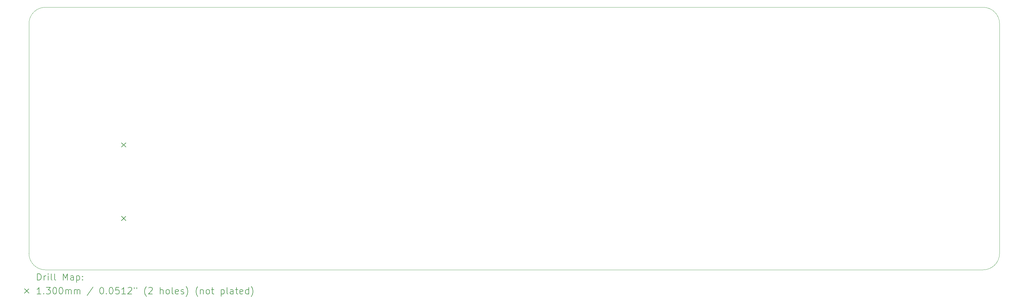
<source format=gbr>
%TF.GenerationSoftware,KiCad,Pcbnew,8.0.6*%
%TF.CreationDate,2025-04-19T20:02:07-05:00*%
%TF.ProjectId,front-panel.processor,66726f6e-742d-4706-916e-656c2e70726f,rev?*%
%TF.SameCoordinates,Original*%
%TF.FileFunction,Drillmap*%
%TF.FilePolarity,Positive*%
%FSLAX45Y45*%
G04 Gerber Fmt 4.5, Leading zero omitted, Abs format (unit mm)*
G04 Created by KiCad (PCBNEW 8.0.6) date 2025-04-19 20:02:07*
%MOMM*%
%LPD*%
G01*
G04 APERTURE LIST*
%ADD10C,0.050000*%
%ADD11C,0.200000*%
%ADD12C,0.130000*%
G04 APERTURE END LIST*
D10*
X4000000Y-23000000D02*
X32500000Y-23000000D01*
X3500000Y-15500000D02*
X3500000Y-22500000D01*
X32500000Y-15000000D02*
X4000000Y-15000000D01*
X33000000Y-22500000D02*
X33000000Y-15500000D01*
X32500000Y-15000000D02*
G75*
G02*
X33000000Y-15500000I0J-500000D01*
G01*
X4000000Y-23000000D02*
G75*
G02*
X3500000Y-22500000I0J500000D01*
G01*
X3500000Y-15500000D02*
G75*
G02*
X4000000Y-15000000I500000J0D01*
G01*
X33000000Y-22500000D02*
G75*
G02*
X32500000Y-23000000I-500000J0D01*
G01*
D11*
D12*
X6312740Y-19129100D02*
X6442740Y-19259100D01*
X6442740Y-19129100D02*
X6312740Y-19259100D01*
X6312740Y-21369100D02*
X6442740Y-21499100D01*
X6442740Y-21369100D02*
X6312740Y-21499100D01*
D11*
X3758277Y-23313984D02*
X3758277Y-23113984D01*
X3758277Y-23113984D02*
X3805896Y-23113984D01*
X3805896Y-23113984D02*
X3834467Y-23123508D01*
X3834467Y-23123508D02*
X3853515Y-23142555D01*
X3853515Y-23142555D02*
X3863039Y-23161603D01*
X3863039Y-23161603D02*
X3872562Y-23199698D01*
X3872562Y-23199698D02*
X3872562Y-23228269D01*
X3872562Y-23228269D02*
X3863039Y-23266365D01*
X3863039Y-23266365D02*
X3853515Y-23285412D01*
X3853515Y-23285412D02*
X3834467Y-23304460D01*
X3834467Y-23304460D02*
X3805896Y-23313984D01*
X3805896Y-23313984D02*
X3758277Y-23313984D01*
X3958277Y-23313984D02*
X3958277Y-23180650D01*
X3958277Y-23218746D02*
X3967801Y-23199698D01*
X3967801Y-23199698D02*
X3977324Y-23190174D01*
X3977324Y-23190174D02*
X3996372Y-23180650D01*
X3996372Y-23180650D02*
X4015420Y-23180650D01*
X4082086Y-23313984D02*
X4082086Y-23180650D01*
X4082086Y-23113984D02*
X4072562Y-23123508D01*
X4072562Y-23123508D02*
X4082086Y-23133031D01*
X4082086Y-23133031D02*
X4091610Y-23123508D01*
X4091610Y-23123508D02*
X4082086Y-23113984D01*
X4082086Y-23113984D02*
X4082086Y-23133031D01*
X4205896Y-23313984D02*
X4186848Y-23304460D01*
X4186848Y-23304460D02*
X4177324Y-23285412D01*
X4177324Y-23285412D02*
X4177324Y-23113984D01*
X4310658Y-23313984D02*
X4291610Y-23304460D01*
X4291610Y-23304460D02*
X4282086Y-23285412D01*
X4282086Y-23285412D02*
X4282086Y-23113984D01*
X4539229Y-23313984D02*
X4539229Y-23113984D01*
X4539229Y-23113984D02*
X4605896Y-23256841D01*
X4605896Y-23256841D02*
X4672563Y-23113984D01*
X4672563Y-23113984D02*
X4672563Y-23313984D01*
X4853515Y-23313984D02*
X4853515Y-23209222D01*
X4853515Y-23209222D02*
X4843991Y-23190174D01*
X4843991Y-23190174D02*
X4824944Y-23180650D01*
X4824944Y-23180650D02*
X4786848Y-23180650D01*
X4786848Y-23180650D02*
X4767801Y-23190174D01*
X4853515Y-23304460D02*
X4834467Y-23313984D01*
X4834467Y-23313984D02*
X4786848Y-23313984D01*
X4786848Y-23313984D02*
X4767801Y-23304460D01*
X4767801Y-23304460D02*
X4758277Y-23285412D01*
X4758277Y-23285412D02*
X4758277Y-23266365D01*
X4758277Y-23266365D02*
X4767801Y-23247317D01*
X4767801Y-23247317D02*
X4786848Y-23237793D01*
X4786848Y-23237793D02*
X4834467Y-23237793D01*
X4834467Y-23237793D02*
X4853515Y-23228269D01*
X4948753Y-23180650D02*
X4948753Y-23380650D01*
X4948753Y-23190174D02*
X4967801Y-23180650D01*
X4967801Y-23180650D02*
X5005896Y-23180650D01*
X5005896Y-23180650D02*
X5024944Y-23190174D01*
X5024944Y-23190174D02*
X5034467Y-23199698D01*
X5034467Y-23199698D02*
X5043991Y-23218746D01*
X5043991Y-23218746D02*
X5043991Y-23275888D01*
X5043991Y-23275888D02*
X5034467Y-23294936D01*
X5034467Y-23294936D02*
X5024944Y-23304460D01*
X5024944Y-23304460D02*
X5005896Y-23313984D01*
X5005896Y-23313984D02*
X4967801Y-23313984D01*
X4967801Y-23313984D02*
X4948753Y-23304460D01*
X5129705Y-23294936D02*
X5139229Y-23304460D01*
X5139229Y-23304460D02*
X5129705Y-23313984D01*
X5129705Y-23313984D02*
X5120182Y-23304460D01*
X5120182Y-23304460D02*
X5129705Y-23294936D01*
X5129705Y-23294936D02*
X5129705Y-23313984D01*
X5129705Y-23190174D02*
X5139229Y-23199698D01*
X5139229Y-23199698D02*
X5129705Y-23209222D01*
X5129705Y-23209222D02*
X5120182Y-23199698D01*
X5120182Y-23199698D02*
X5129705Y-23190174D01*
X5129705Y-23190174D02*
X5129705Y-23209222D01*
D12*
X3367500Y-23577500D02*
X3497500Y-23707500D01*
X3497500Y-23577500D02*
X3367500Y-23707500D01*
D11*
X3863039Y-23733984D02*
X3748753Y-23733984D01*
X3805896Y-23733984D02*
X3805896Y-23533984D01*
X3805896Y-23533984D02*
X3786848Y-23562555D01*
X3786848Y-23562555D02*
X3767801Y-23581603D01*
X3767801Y-23581603D02*
X3748753Y-23591127D01*
X3948753Y-23714936D02*
X3958277Y-23724460D01*
X3958277Y-23724460D02*
X3948753Y-23733984D01*
X3948753Y-23733984D02*
X3939229Y-23724460D01*
X3939229Y-23724460D02*
X3948753Y-23714936D01*
X3948753Y-23714936D02*
X3948753Y-23733984D01*
X4024943Y-23533984D02*
X4148753Y-23533984D01*
X4148753Y-23533984D02*
X4082086Y-23610174D01*
X4082086Y-23610174D02*
X4110658Y-23610174D01*
X4110658Y-23610174D02*
X4129705Y-23619698D01*
X4129705Y-23619698D02*
X4139229Y-23629222D01*
X4139229Y-23629222D02*
X4148753Y-23648269D01*
X4148753Y-23648269D02*
X4148753Y-23695888D01*
X4148753Y-23695888D02*
X4139229Y-23714936D01*
X4139229Y-23714936D02*
X4129705Y-23724460D01*
X4129705Y-23724460D02*
X4110658Y-23733984D01*
X4110658Y-23733984D02*
X4053515Y-23733984D01*
X4053515Y-23733984D02*
X4034467Y-23724460D01*
X4034467Y-23724460D02*
X4024943Y-23714936D01*
X4272563Y-23533984D02*
X4291610Y-23533984D01*
X4291610Y-23533984D02*
X4310658Y-23543508D01*
X4310658Y-23543508D02*
X4320182Y-23553031D01*
X4320182Y-23553031D02*
X4329705Y-23572079D01*
X4329705Y-23572079D02*
X4339229Y-23610174D01*
X4339229Y-23610174D02*
X4339229Y-23657793D01*
X4339229Y-23657793D02*
X4329705Y-23695888D01*
X4329705Y-23695888D02*
X4320182Y-23714936D01*
X4320182Y-23714936D02*
X4310658Y-23724460D01*
X4310658Y-23724460D02*
X4291610Y-23733984D01*
X4291610Y-23733984D02*
X4272563Y-23733984D01*
X4272563Y-23733984D02*
X4253515Y-23724460D01*
X4253515Y-23724460D02*
X4243991Y-23714936D01*
X4243991Y-23714936D02*
X4234467Y-23695888D01*
X4234467Y-23695888D02*
X4224944Y-23657793D01*
X4224944Y-23657793D02*
X4224944Y-23610174D01*
X4224944Y-23610174D02*
X4234467Y-23572079D01*
X4234467Y-23572079D02*
X4243991Y-23553031D01*
X4243991Y-23553031D02*
X4253515Y-23543508D01*
X4253515Y-23543508D02*
X4272563Y-23533984D01*
X4463039Y-23533984D02*
X4482086Y-23533984D01*
X4482086Y-23533984D02*
X4501134Y-23543508D01*
X4501134Y-23543508D02*
X4510658Y-23553031D01*
X4510658Y-23553031D02*
X4520182Y-23572079D01*
X4520182Y-23572079D02*
X4529705Y-23610174D01*
X4529705Y-23610174D02*
X4529705Y-23657793D01*
X4529705Y-23657793D02*
X4520182Y-23695888D01*
X4520182Y-23695888D02*
X4510658Y-23714936D01*
X4510658Y-23714936D02*
X4501134Y-23724460D01*
X4501134Y-23724460D02*
X4482086Y-23733984D01*
X4482086Y-23733984D02*
X4463039Y-23733984D01*
X4463039Y-23733984D02*
X4443991Y-23724460D01*
X4443991Y-23724460D02*
X4434467Y-23714936D01*
X4434467Y-23714936D02*
X4424944Y-23695888D01*
X4424944Y-23695888D02*
X4415420Y-23657793D01*
X4415420Y-23657793D02*
X4415420Y-23610174D01*
X4415420Y-23610174D02*
X4424944Y-23572079D01*
X4424944Y-23572079D02*
X4434467Y-23553031D01*
X4434467Y-23553031D02*
X4443991Y-23543508D01*
X4443991Y-23543508D02*
X4463039Y-23533984D01*
X4615420Y-23733984D02*
X4615420Y-23600650D01*
X4615420Y-23619698D02*
X4624944Y-23610174D01*
X4624944Y-23610174D02*
X4643991Y-23600650D01*
X4643991Y-23600650D02*
X4672563Y-23600650D01*
X4672563Y-23600650D02*
X4691610Y-23610174D01*
X4691610Y-23610174D02*
X4701134Y-23629222D01*
X4701134Y-23629222D02*
X4701134Y-23733984D01*
X4701134Y-23629222D02*
X4710658Y-23610174D01*
X4710658Y-23610174D02*
X4729705Y-23600650D01*
X4729705Y-23600650D02*
X4758277Y-23600650D01*
X4758277Y-23600650D02*
X4777325Y-23610174D01*
X4777325Y-23610174D02*
X4786848Y-23629222D01*
X4786848Y-23629222D02*
X4786848Y-23733984D01*
X4882086Y-23733984D02*
X4882086Y-23600650D01*
X4882086Y-23619698D02*
X4891610Y-23610174D01*
X4891610Y-23610174D02*
X4910658Y-23600650D01*
X4910658Y-23600650D02*
X4939229Y-23600650D01*
X4939229Y-23600650D02*
X4958277Y-23610174D01*
X4958277Y-23610174D02*
X4967801Y-23629222D01*
X4967801Y-23629222D02*
X4967801Y-23733984D01*
X4967801Y-23629222D02*
X4977325Y-23610174D01*
X4977325Y-23610174D02*
X4996372Y-23600650D01*
X4996372Y-23600650D02*
X5024944Y-23600650D01*
X5024944Y-23600650D02*
X5043991Y-23610174D01*
X5043991Y-23610174D02*
X5053515Y-23629222D01*
X5053515Y-23629222D02*
X5053515Y-23733984D01*
X5443991Y-23524460D02*
X5272563Y-23781603D01*
X5701134Y-23533984D02*
X5720182Y-23533984D01*
X5720182Y-23533984D02*
X5739229Y-23543508D01*
X5739229Y-23543508D02*
X5748753Y-23553031D01*
X5748753Y-23553031D02*
X5758277Y-23572079D01*
X5758277Y-23572079D02*
X5767801Y-23610174D01*
X5767801Y-23610174D02*
X5767801Y-23657793D01*
X5767801Y-23657793D02*
X5758277Y-23695888D01*
X5758277Y-23695888D02*
X5748753Y-23714936D01*
X5748753Y-23714936D02*
X5739229Y-23724460D01*
X5739229Y-23724460D02*
X5720182Y-23733984D01*
X5720182Y-23733984D02*
X5701134Y-23733984D01*
X5701134Y-23733984D02*
X5682086Y-23724460D01*
X5682086Y-23724460D02*
X5672563Y-23714936D01*
X5672563Y-23714936D02*
X5663039Y-23695888D01*
X5663039Y-23695888D02*
X5653515Y-23657793D01*
X5653515Y-23657793D02*
X5653515Y-23610174D01*
X5653515Y-23610174D02*
X5663039Y-23572079D01*
X5663039Y-23572079D02*
X5672563Y-23553031D01*
X5672563Y-23553031D02*
X5682086Y-23543508D01*
X5682086Y-23543508D02*
X5701134Y-23533984D01*
X5853515Y-23714936D02*
X5863039Y-23724460D01*
X5863039Y-23724460D02*
X5853515Y-23733984D01*
X5853515Y-23733984D02*
X5843991Y-23724460D01*
X5843991Y-23724460D02*
X5853515Y-23714936D01*
X5853515Y-23714936D02*
X5853515Y-23733984D01*
X5986848Y-23533984D02*
X6005896Y-23533984D01*
X6005896Y-23533984D02*
X6024944Y-23543508D01*
X6024944Y-23543508D02*
X6034467Y-23553031D01*
X6034467Y-23553031D02*
X6043991Y-23572079D01*
X6043991Y-23572079D02*
X6053515Y-23610174D01*
X6053515Y-23610174D02*
X6053515Y-23657793D01*
X6053515Y-23657793D02*
X6043991Y-23695888D01*
X6043991Y-23695888D02*
X6034467Y-23714936D01*
X6034467Y-23714936D02*
X6024944Y-23724460D01*
X6024944Y-23724460D02*
X6005896Y-23733984D01*
X6005896Y-23733984D02*
X5986848Y-23733984D01*
X5986848Y-23733984D02*
X5967801Y-23724460D01*
X5967801Y-23724460D02*
X5958277Y-23714936D01*
X5958277Y-23714936D02*
X5948753Y-23695888D01*
X5948753Y-23695888D02*
X5939229Y-23657793D01*
X5939229Y-23657793D02*
X5939229Y-23610174D01*
X5939229Y-23610174D02*
X5948753Y-23572079D01*
X5948753Y-23572079D02*
X5958277Y-23553031D01*
X5958277Y-23553031D02*
X5967801Y-23543508D01*
X5967801Y-23543508D02*
X5986848Y-23533984D01*
X6234467Y-23533984D02*
X6139229Y-23533984D01*
X6139229Y-23533984D02*
X6129706Y-23629222D01*
X6129706Y-23629222D02*
X6139229Y-23619698D01*
X6139229Y-23619698D02*
X6158277Y-23610174D01*
X6158277Y-23610174D02*
X6205896Y-23610174D01*
X6205896Y-23610174D02*
X6224944Y-23619698D01*
X6224944Y-23619698D02*
X6234467Y-23629222D01*
X6234467Y-23629222D02*
X6243991Y-23648269D01*
X6243991Y-23648269D02*
X6243991Y-23695888D01*
X6243991Y-23695888D02*
X6234467Y-23714936D01*
X6234467Y-23714936D02*
X6224944Y-23724460D01*
X6224944Y-23724460D02*
X6205896Y-23733984D01*
X6205896Y-23733984D02*
X6158277Y-23733984D01*
X6158277Y-23733984D02*
X6139229Y-23724460D01*
X6139229Y-23724460D02*
X6129706Y-23714936D01*
X6434467Y-23733984D02*
X6320182Y-23733984D01*
X6377325Y-23733984D02*
X6377325Y-23533984D01*
X6377325Y-23533984D02*
X6358277Y-23562555D01*
X6358277Y-23562555D02*
X6339229Y-23581603D01*
X6339229Y-23581603D02*
X6320182Y-23591127D01*
X6510658Y-23553031D02*
X6520182Y-23543508D01*
X6520182Y-23543508D02*
X6539229Y-23533984D01*
X6539229Y-23533984D02*
X6586848Y-23533984D01*
X6586848Y-23533984D02*
X6605896Y-23543508D01*
X6605896Y-23543508D02*
X6615420Y-23553031D01*
X6615420Y-23553031D02*
X6624944Y-23572079D01*
X6624944Y-23572079D02*
X6624944Y-23591127D01*
X6624944Y-23591127D02*
X6615420Y-23619698D01*
X6615420Y-23619698D02*
X6501134Y-23733984D01*
X6501134Y-23733984D02*
X6624944Y-23733984D01*
X6701134Y-23533984D02*
X6701134Y-23572079D01*
X6777325Y-23533984D02*
X6777325Y-23572079D01*
X7072563Y-23810174D02*
X7063039Y-23800650D01*
X7063039Y-23800650D02*
X7043991Y-23772079D01*
X7043991Y-23772079D02*
X7034468Y-23753031D01*
X7034468Y-23753031D02*
X7024944Y-23724460D01*
X7024944Y-23724460D02*
X7015420Y-23676841D01*
X7015420Y-23676841D02*
X7015420Y-23638746D01*
X7015420Y-23638746D02*
X7024944Y-23591127D01*
X7024944Y-23591127D02*
X7034468Y-23562555D01*
X7034468Y-23562555D02*
X7043991Y-23543508D01*
X7043991Y-23543508D02*
X7063039Y-23514936D01*
X7063039Y-23514936D02*
X7072563Y-23505412D01*
X7139229Y-23553031D02*
X7148753Y-23543508D01*
X7148753Y-23543508D02*
X7167801Y-23533984D01*
X7167801Y-23533984D02*
X7215420Y-23533984D01*
X7215420Y-23533984D02*
X7234468Y-23543508D01*
X7234468Y-23543508D02*
X7243991Y-23553031D01*
X7243991Y-23553031D02*
X7253515Y-23572079D01*
X7253515Y-23572079D02*
X7253515Y-23591127D01*
X7253515Y-23591127D02*
X7243991Y-23619698D01*
X7243991Y-23619698D02*
X7129706Y-23733984D01*
X7129706Y-23733984D02*
X7253515Y-23733984D01*
X7491610Y-23733984D02*
X7491610Y-23533984D01*
X7577325Y-23733984D02*
X7577325Y-23629222D01*
X7577325Y-23629222D02*
X7567801Y-23610174D01*
X7567801Y-23610174D02*
X7548753Y-23600650D01*
X7548753Y-23600650D02*
X7520182Y-23600650D01*
X7520182Y-23600650D02*
X7501134Y-23610174D01*
X7501134Y-23610174D02*
X7491610Y-23619698D01*
X7701134Y-23733984D02*
X7682087Y-23724460D01*
X7682087Y-23724460D02*
X7672563Y-23714936D01*
X7672563Y-23714936D02*
X7663039Y-23695888D01*
X7663039Y-23695888D02*
X7663039Y-23638746D01*
X7663039Y-23638746D02*
X7672563Y-23619698D01*
X7672563Y-23619698D02*
X7682087Y-23610174D01*
X7682087Y-23610174D02*
X7701134Y-23600650D01*
X7701134Y-23600650D02*
X7729706Y-23600650D01*
X7729706Y-23600650D02*
X7748753Y-23610174D01*
X7748753Y-23610174D02*
X7758277Y-23619698D01*
X7758277Y-23619698D02*
X7767801Y-23638746D01*
X7767801Y-23638746D02*
X7767801Y-23695888D01*
X7767801Y-23695888D02*
X7758277Y-23714936D01*
X7758277Y-23714936D02*
X7748753Y-23724460D01*
X7748753Y-23724460D02*
X7729706Y-23733984D01*
X7729706Y-23733984D02*
X7701134Y-23733984D01*
X7882087Y-23733984D02*
X7863039Y-23724460D01*
X7863039Y-23724460D02*
X7853515Y-23705412D01*
X7853515Y-23705412D02*
X7853515Y-23533984D01*
X8034468Y-23724460D02*
X8015420Y-23733984D01*
X8015420Y-23733984D02*
X7977325Y-23733984D01*
X7977325Y-23733984D02*
X7958277Y-23724460D01*
X7958277Y-23724460D02*
X7948753Y-23705412D01*
X7948753Y-23705412D02*
X7948753Y-23629222D01*
X7948753Y-23629222D02*
X7958277Y-23610174D01*
X7958277Y-23610174D02*
X7977325Y-23600650D01*
X7977325Y-23600650D02*
X8015420Y-23600650D01*
X8015420Y-23600650D02*
X8034468Y-23610174D01*
X8034468Y-23610174D02*
X8043991Y-23629222D01*
X8043991Y-23629222D02*
X8043991Y-23648269D01*
X8043991Y-23648269D02*
X7948753Y-23667317D01*
X8120182Y-23724460D02*
X8139230Y-23733984D01*
X8139230Y-23733984D02*
X8177325Y-23733984D01*
X8177325Y-23733984D02*
X8196372Y-23724460D01*
X8196372Y-23724460D02*
X8205896Y-23705412D01*
X8205896Y-23705412D02*
X8205896Y-23695888D01*
X8205896Y-23695888D02*
X8196372Y-23676841D01*
X8196372Y-23676841D02*
X8177325Y-23667317D01*
X8177325Y-23667317D02*
X8148753Y-23667317D01*
X8148753Y-23667317D02*
X8129706Y-23657793D01*
X8129706Y-23657793D02*
X8120182Y-23638746D01*
X8120182Y-23638746D02*
X8120182Y-23629222D01*
X8120182Y-23629222D02*
X8129706Y-23610174D01*
X8129706Y-23610174D02*
X8148753Y-23600650D01*
X8148753Y-23600650D02*
X8177325Y-23600650D01*
X8177325Y-23600650D02*
X8196372Y-23610174D01*
X8272563Y-23810174D02*
X8282087Y-23800650D01*
X8282087Y-23800650D02*
X8301134Y-23772079D01*
X8301134Y-23772079D02*
X8310658Y-23753031D01*
X8310658Y-23753031D02*
X8320182Y-23724460D01*
X8320182Y-23724460D02*
X8329706Y-23676841D01*
X8329706Y-23676841D02*
X8329706Y-23638746D01*
X8329706Y-23638746D02*
X8320182Y-23591127D01*
X8320182Y-23591127D02*
X8310658Y-23562555D01*
X8310658Y-23562555D02*
X8301134Y-23543508D01*
X8301134Y-23543508D02*
X8282087Y-23514936D01*
X8282087Y-23514936D02*
X8272563Y-23505412D01*
X8634468Y-23810174D02*
X8624944Y-23800650D01*
X8624944Y-23800650D02*
X8605896Y-23772079D01*
X8605896Y-23772079D02*
X8596373Y-23753031D01*
X8596373Y-23753031D02*
X8586849Y-23724460D01*
X8586849Y-23724460D02*
X8577325Y-23676841D01*
X8577325Y-23676841D02*
X8577325Y-23638746D01*
X8577325Y-23638746D02*
X8586849Y-23591127D01*
X8586849Y-23591127D02*
X8596373Y-23562555D01*
X8596373Y-23562555D02*
X8605896Y-23543508D01*
X8605896Y-23543508D02*
X8624944Y-23514936D01*
X8624944Y-23514936D02*
X8634468Y-23505412D01*
X8710658Y-23600650D02*
X8710658Y-23733984D01*
X8710658Y-23619698D02*
X8720182Y-23610174D01*
X8720182Y-23610174D02*
X8739230Y-23600650D01*
X8739230Y-23600650D02*
X8767801Y-23600650D01*
X8767801Y-23600650D02*
X8786849Y-23610174D01*
X8786849Y-23610174D02*
X8796373Y-23629222D01*
X8796373Y-23629222D02*
X8796373Y-23733984D01*
X8920182Y-23733984D02*
X8901134Y-23724460D01*
X8901134Y-23724460D02*
X8891611Y-23714936D01*
X8891611Y-23714936D02*
X8882087Y-23695888D01*
X8882087Y-23695888D02*
X8882087Y-23638746D01*
X8882087Y-23638746D02*
X8891611Y-23619698D01*
X8891611Y-23619698D02*
X8901134Y-23610174D01*
X8901134Y-23610174D02*
X8920182Y-23600650D01*
X8920182Y-23600650D02*
X8948754Y-23600650D01*
X8948754Y-23600650D02*
X8967801Y-23610174D01*
X8967801Y-23610174D02*
X8977325Y-23619698D01*
X8977325Y-23619698D02*
X8986849Y-23638746D01*
X8986849Y-23638746D02*
X8986849Y-23695888D01*
X8986849Y-23695888D02*
X8977325Y-23714936D01*
X8977325Y-23714936D02*
X8967801Y-23724460D01*
X8967801Y-23724460D02*
X8948754Y-23733984D01*
X8948754Y-23733984D02*
X8920182Y-23733984D01*
X9043992Y-23600650D02*
X9120182Y-23600650D01*
X9072563Y-23533984D02*
X9072563Y-23705412D01*
X9072563Y-23705412D02*
X9082087Y-23724460D01*
X9082087Y-23724460D02*
X9101134Y-23733984D01*
X9101134Y-23733984D02*
X9120182Y-23733984D01*
X9339230Y-23600650D02*
X9339230Y-23800650D01*
X9339230Y-23610174D02*
X9358277Y-23600650D01*
X9358277Y-23600650D02*
X9396373Y-23600650D01*
X9396373Y-23600650D02*
X9415420Y-23610174D01*
X9415420Y-23610174D02*
X9424944Y-23619698D01*
X9424944Y-23619698D02*
X9434468Y-23638746D01*
X9434468Y-23638746D02*
X9434468Y-23695888D01*
X9434468Y-23695888D02*
X9424944Y-23714936D01*
X9424944Y-23714936D02*
X9415420Y-23724460D01*
X9415420Y-23724460D02*
X9396373Y-23733984D01*
X9396373Y-23733984D02*
X9358277Y-23733984D01*
X9358277Y-23733984D02*
X9339230Y-23724460D01*
X9548754Y-23733984D02*
X9529706Y-23724460D01*
X9529706Y-23724460D02*
X9520182Y-23705412D01*
X9520182Y-23705412D02*
X9520182Y-23533984D01*
X9710658Y-23733984D02*
X9710658Y-23629222D01*
X9710658Y-23629222D02*
X9701135Y-23610174D01*
X9701135Y-23610174D02*
X9682087Y-23600650D01*
X9682087Y-23600650D02*
X9643992Y-23600650D01*
X9643992Y-23600650D02*
X9624944Y-23610174D01*
X9710658Y-23724460D02*
X9691611Y-23733984D01*
X9691611Y-23733984D02*
X9643992Y-23733984D01*
X9643992Y-23733984D02*
X9624944Y-23724460D01*
X9624944Y-23724460D02*
X9615420Y-23705412D01*
X9615420Y-23705412D02*
X9615420Y-23686365D01*
X9615420Y-23686365D02*
X9624944Y-23667317D01*
X9624944Y-23667317D02*
X9643992Y-23657793D01*
X9643992Y-23657793D02*
X9691611Y-23657793D01*
X9691611Y-23657793D02*
X9710658Y-23648269D01*
X9777325Y-23600650D02*
X9853515Y-23600650D01*
X9805896Y-23533984D02*
X9805896Y-23705412D01*
X9805896Y-23705412D02*
X9815420Y-23724460D01*
X9815420Y-23724460D02*
X9834468Y-23733984D01*
X9834468Y-23733984D02*
X9853515Y-23733984D01*
X9996373Y-23724460D02*
X9977325Y-23733984D01*
X9977325Y-23733984D02*
X9939230Y-23733984D01*
X9939230Y-23733984D02*
X9920182Y-23724460D01*
X9920182Y-23724460D02*
X9910658Y-23705412D01*
X9910658Y-23705412D02*
X9910658Y-23629222D01*
X9910658Y-23629222D02*
X9920182Y-23610174D01*
X9920182Y-23610174D02*
X9939230Y-23600650D01*
X9939230Y-23600650D02*
X9977325Y-23600650D01*
X9977325Y-23600650D02*
X9996373Y-23610174D01*
X9996373Y-23610174D02*
X10005896Y-23629222D01*
X10005896Y-23629222D02*
X10005896Y-23648269D01*
X10005896Y-23648269D02*
X9910658Y-23667317D01*
X10177325Y-23733984D02*
X10177325Y-23533984D01*
X10177325Y-23724460D02*
X10158277Y-23733984D01*
X10158277Y-23733984D02*
X10120182Y-23733984D01*
X10120182Y-23733984D02*
X10101135Y-23724460D01*
X10101135Y-23724460D02*
X10091611Y-23714936D01*
X10091611Y-23714936D02*
X10082087Y-23695888D01*
X10082087Y-23695888D02*
X10082087Y-23638746D01*
X10082087Y-23638746D02*
X10091611Y-23619698D01*
X10091611Y-23619698D02*
X10101135Y-23610174D01*
X10101135Y-23610174D02*
X10120182Y-23600650D01*
X10120182Y-23600650D02*
X10158277Y-23600650D01*
X10158277Y-23600650D02*
X10177325Y-23610174D01*
X10253516Y-23810174D02*
X10263039Y-23800650D01*
X10263039Y-23800650D02*
X10282087Y-23772079D01*
X10282087Y-23772079D02*
X10291611Y-23753031D01*
X10291611Y-23753031D02*
X10301135Y-23724460D01*
X10301135Y-23724460D02*
X10310658Y-23676841D01*
X10310658Y-23676841D02*
X10310658Y-23638746D01*
X10310658Y-23638746D02*
X10301135Y-23591127D01*
X10301135Y-23591127D02*
X10291611Y-23562555D01*
X10291611Y-23562555D02*
X10282087Y-23543508D01*
X10282087Y-23543508D02*
X10263039Y-23514936D01*
X10263039Y-23514936D02*
X10253516Y-23505412D01*
M02*

</source>
